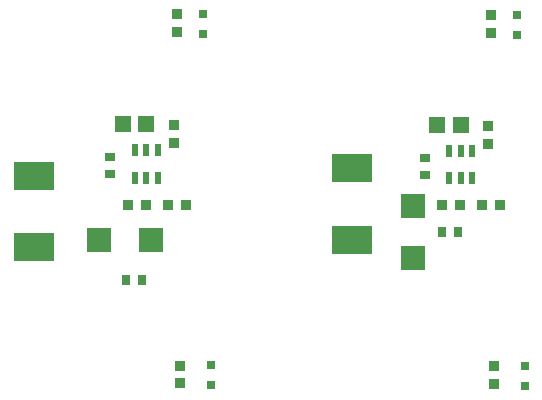
<source format=gbr>
%TF.GenerationSoftware,KiCad,Pcbnew,9.0.0-1.fc41*%
%TF.CreationDate,2025-02-24T21:26:29+02:00*%
%TF.ProjectId,LGS5145 Voltage Regulator,4c475335-3134-4352-9056-6f6c74616765,rev?*%
%TF.SameCoordinates,Original*%
%TF.FileFunction,Paste,Top*%
%TF.FilePolarity,Positive*%
%FSLAX46Y46*%
G04 Gerber Fmt 4.6, Leading zero omitted, Abs format (unit mm)*
G04 Created by KiCad (PCBNEW 9.0.0-1.fc41) date 2025-02-24 21:26:29*
%MOMM*%
%LPD*%
G01*
G04 APERTURE LIST*
%ADD10R,0.530000X0.990000*%
%ADD11R,0.860000X0.810000*%
%ADD12R,0.810000X0.860000*%
%ADD13R,0.900000X0.800000*%
%ADD14R,1.410000X1.350000*%
%ADD15R,3.500000X2.350000*%
%ADD16R,2.000000X2.000000*%
%ADD17R,0.800000X0.900000*%
%ADD18R,0.800000X0.800000*%
G04 APERTURE END LIST*
D10*
%TO.C,U1*%
X215600000Y-65625000D03*
X216550000Y-65625000D03*
X217500000Y-65625000D03*
X217500000Y-67925000D03*
X216550000Y-67925000D03*
X215600000Y-67925000D03*
%TD*%
D11*
%TO.C,R3*%
X218850000Y-65000000D03*
X218850000Y-63500000D03*
%TD*%
D12*
%TO.C,R1*%
X215000000Y-70225000D03*
X216500000Y-70225000D03*
%TD*%
D13*
%TO.C,C3*%
X213500000Y-66225000D03*
X213500000Y-67625000D03*
%TD*%
D14*
%TO.C,C1*%
X216550000Y-63400000D03*
X214550000Y-63400000D03*
%TD*%
D15*
%TO.C,L1*%
X207350000Y-67070000D03*
X207350000Y-73130000D03*
%TD*%
D16*
%TO.C,D1*%
X212500000Y-74650000D03*
X212500000Y-70250000D03*
%TD*%
D12*
%TO.C,R2*%
X218400000Y-70225000D03*
X219900000Y-70225000D03*
%TD*%
D17*
%TO.C,C2*%
X214950000Y-72450000D03*
X216350000Y-72450000D03*
%TD*%
D11*
%TO.C,R4*%
X219100000Y-54100000D03*
X219100000Y-55600000D03*
%TD*%
D18*
%TO.C,LED2*%
X222000000Y-85500000D03*
X222000000Y-83800000D03*
%TD*%
D11*
%TO.C,R5*%
X219400000Y-85350000D03*
X219400000Y-83850000D03*
%TD*%
D18*
%TO.C,LED1*%
X221350000Y-54100000D03*
X221350000Y-55800000D03*
%TD*%
D16*
%TO.C,D1*%
X185900000Y-73150000D03*
X190300000Y-73150000D03*
%TD*%
D14*
%TO.C,C1*%
X187950000Y-63350000D03*
X189950000Y-63350000D03*
%TD*%
D13*
%TO.C,C3*%
X186900000Y-66175000D03*
X186900000Y-67575000D03*
%TD*%
D12*
%TO.C,R1*%
X189900000Y-70175000D03*
X188400000Y-70175000D03*
%TD*%
D17*
%TO.C,C2*%
X188200000Y-76575000D03*
X189600000Y-76575000D03*
%TD*%
D12*
%TO.C,R2*%
X193300000Y-70175000D03*
X191800000Y-70175000D03*
%TD*%
D11*
%TO.C,R3*%
X192250000Y-63450000D03*
X192250000Y-64950000D03*
%TD*%
D10*
%TO.C,U1*%
X189000000Y-65575000D03*
X189950000Y-65575000D03*
X190900000Y-65575000D03*
X190900000Y-67875000D03*
X189950000Y-67875000D03*
X189000000Y-67875000D03*
%TD*%
D15*
%TO.C,L1*%
X180400000Y-67700000D03*
X180400000Y-73760000D03*
%TD*%
D18*
%TO.C,LED1*%
X194750000Y-55750000D03*
X194750000Y-54050000D03*
%TD*%
D11*
%TO.C,R5*%
X192800000Y-83800000D03*
X192800000Y-85300000D03*
%TD*%
%TO.C,R4*%
X192500000Y-55550000D03*
X192500000Y-54050000D03*
%TD*%
D18*
%TO.C,LED2*%
X195400000Y-85450000D03*
X195400000Y-83750000D03*
%TD*%
M02*

</source>
